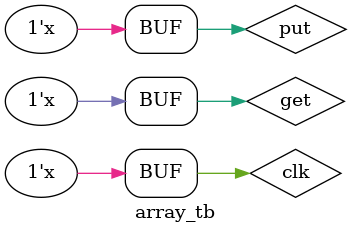
<source format=v>
module array_tb;

reg clk = 0;

reg put = 0;
reg get = 0;

reg[0:2] p_index;
reg[0:2] g_index;

reg[0:11] p_val;
wire[0:11] g_val;

array #(

	12,
	64,
	3

)
a0 (
	put,
	p_index,
	p_val,
	
	get,
	g_index,
	g_val
);

always @(posedge clk) begin
	if (p_index < 63) begin
		p_index = p_index + 1;
	end else begin
		p_index = 0;
	end
	
	if (g_index < 63) begin
		g_index = g_index + 1;
	end else begin
		g_index = 0;
	end
	
	case(p_index % 4)
		0: p_val = 55;
		1: p_val = 30;
		2: p_val = 4095;
		3: p_val = 0;
		default: p_val = 111;
	endcase	
end

always begin
	#10 clk = !clk;
	
	#20 put = !put;
	#20 get = !get;
end

endmodule
</source>
